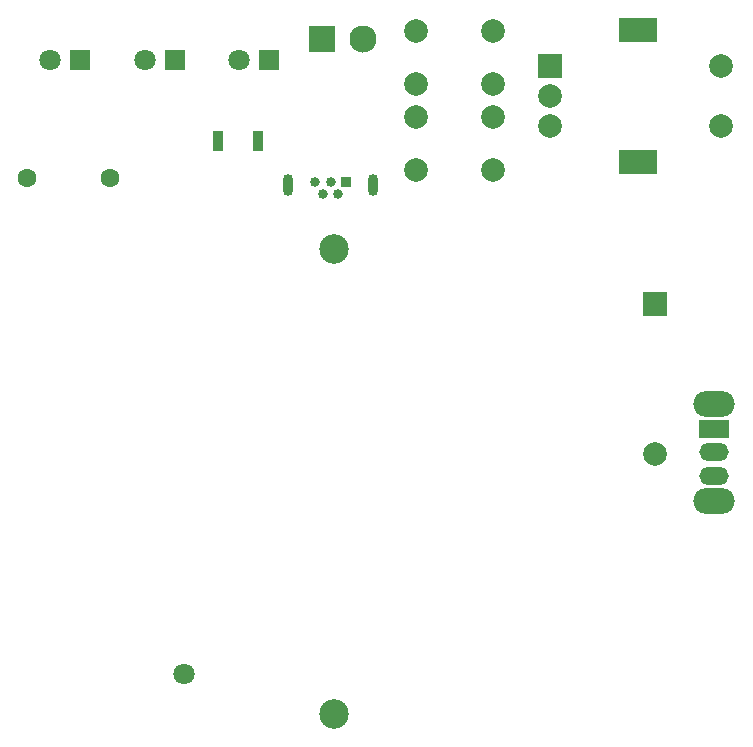
<source format=gbr>
G04 #@! TF.GenerationSoftware,KiCad,Pcbnew,(5.0.0)*
G04 #@! TF.CreationDate,2018-10-03T16:43:44-04:00*
G04 #@! TF.ProjectId,gb_walkie,67625F77616C6B69652E6B696361645F,0.1a*
G04 #@! TF.SameCoordinates,Original*
G04 #@! TF.FileFunction,Soldermask,Bot*
G04 #@! TF.FilePolarity,Negative*
%FSLAX46Y46*%
G04 Gerber Fmt 4.6, Leading zero omitted, Abs format (unit mm)*
G04 Created by KiCad (PCBNEW (5.0.0)) date 10/03/18 16:43:44*
%MOMM*%
%LPD*%
G01*
G04 APERTURE LIST*
%ADD10R,2.000000X2.000000*%
%ADD11C,2.000000*%
%ADD12C,2.500000*%
%ADD13C,1.600000*%
%ADD14R,1.800000X1.800000*%
%ADD15C,1.800000*%
%ADD16R,0.840000X0.840000*%
%ADD17C,0.840000*%
%ADD18O,0.850000X1.850000*%
%ADD19R,2.300000X2.300000*%
%ADD20C,2.300000*%
%ADD21R,3.200000X2.000000*%
%ADD22R,2.500000X1.500000*%
%ADD23O,2.500000X1.500000*%
%ADD24O,3.500000X2.200000*%
%ADD25R,0.900000X1.700000*%
G04 APERTURE END LIST*
D10*
G04 #@! TO.C,BT1*
X156500000Y-59080000D03*
D11*
X156500000Y-71780000D03*
D12*
X129330000Y-54460000D03*
X129330000Y-93830000D03*
G04 #@! TD*
D11*
G04 #@! TO.C,SW2*
X136240000Y-47740000D03*
X136240000Y-43240000D03*
X142740000Y-47740000D03*
X142740000Y-43240000D03*
G04 #@! TD*
G04 #@! TO.C,SW3*
X136240000Y-40440000D03*
X136240000Y-35940000D03*
X142740000Y-40440000D03*
X142740000Y-35940000D03*
G04 #@! TD*
D13*
G04 #@! TO.C,J2*
X103350000Y-48430000D03*
X110350000Y-48430000D03*
G04 #@! TD*
D14*
G04 #@! TO.C,D1*
X115845000Y-38450000D03*
D15*
X113305000Y-38450000D03*
G04 #@! TD*
G04 #@! TO.C,D2*
X121230000Y-38450000D03*
D14*
X123770000Y-38450000D03*
G04 #@! TD*
G04 #@! TO.C,D3*
X107770000Y-38450000D03*
D15*
X105230000Y-38450000D03*
G04 #@! TD*
D16*
G04 #@! TO.C,J1*
X130330000Y-48778000D03*
D17*
X129680000Y-49778000D03*
X129030000Y-48778000D03*
X128380000Y-49778000D03*
X127730000Y-48778000D03*
D18*
X132605000Y-48998000D03*
X125455000Y-48998000D03*
G04 #@! TD*
D19*
G04 #@! TO.C,LS1*
X128300000Y-36640000D03*
D20*
X131800000Y-36640000D03*
G04 #@! TD*
D11*
G04 #@! TO.C,SW1*
X162080000Y-43970000D03*
X162080000Y-38970000D03*
D21*
X155080000Y-47070000D03*
X155080000Y-35870000D03*
D11*
X147580000Y-43970000D03*
X147580000Y-41470000D03*
D10*
X147580000Y-38970000D03*
G04 #@! TD*
D22*
G04 #@! TO.C,SW5*
X161510000Y-69620000D03*
D23*
X161510000Y-71620000D03*
X161510000Y-73620000D03*
D24*
X161510000Y-67520000D03*
X161510000Y-75720000D03*
G04 #@! TD*
D15*
G04 #@! TO.C,U4*
X116652000Y-90380000D03*
G04 #@! TD*
D25*
G04 #@! TO.C,RESET1*
X119490000Y-45280000D03*
X122890000Y-45280000D03*
G04 #@! TD*
M02*

</source>
